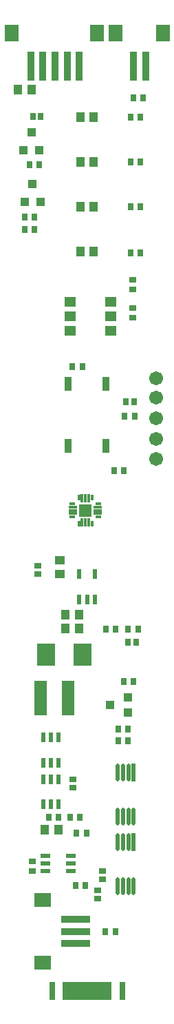
<source format=gts>
%FSLAX25Y25*%
%MOIN*%
G70*
G01*
G75*
G04 Layer_Color=8388736*
%ADD10C,0.05906*%
%ADD11R,0.02362X0.02756*%
%ADD12R,0.02756X0.02362*%
%ADD13R,0.03150X0.03937*%
%ADD14R,0.03937X0.03150*%
%ADD15R,0.02559X0.02165*%
%ADD16R,0.02165X0.02559*%
%ADD17R,0.03543X0.03150*%
%ADD18R,0.03543X0.03150*%
%ADD19R,0.01575X0.03937*%
%ADD20O,0.01181X0.07874*%
%ADD21R,0.01181X0.07874*%
%ADD22R,0.03937X0.01575*%
%ADD23R,0.02362X0.07874*%
%ADD24R,0.01063X0.07874*%
%ADD25R,0.05118X0.05118*%
%ADD26R,0.00787X0.02362*%
%ADD27R,0.00787X0.03150*%
%ADD28R,0.02362X0.00787*%
%ADD29R,0.03150X0.00787*%
%ADD30R,0.05118X0.15748*%
%ADD31R,0.03150X0.03543*%
%ADD32R,0.03150X0.03543*%
%ADD33R,0.06299X0.07480*%
%ADD34R,0.02756X0.13386*%
%ADD35R,0.02756X0.06102*%
%ADD36R,0.07874X0.10000*%
%ADD37R,0.04724X0.03937*%
%ADD38R,0.07480X0.06299*%
%ADD39R,0.13386X0.02756*%
%ADD40C,0.00787*%
%ADD41C,0.02362*%
%ADD42C,0.01000*%
%ADD43C,0.01575*%
%ADD44C,0.01181*%
%ADD45C,0.01969*%
%ADD46C,0.03150*%
%ADD47C,0.00500*%
%ADD48C,0.00591*%
%ADD49C,0.00394*%
%ADD50C,0.00600*%
%ADD51C,0.00197*%
%ADD52C,0.00709*%
%ADD53C,0.01200*%
%ADD54C,0.06706*%
%ADD55R,0.03162X0.03556*%
%ADD56R,0.03556X0.03162*%
%ADD57R,0.03950X0.04737*%
%ADD58R,0.04737X0.03950*%
%ADD59R,0.03359X0.02965*%
%ADD60R,0.02965X0.03359*%
%ADD61R,0.04343X0.03950*%
%ADD62R,0.04343X0.03950*%
%ADD63R,0.02375X0.04737*%
%ADD64O,0.01981X0.08674*%
%ADD65R,0.01981X0.08674*%
%ADD66R,0.04737X0.02375*%
%ADD67R,0.03162X0.08674*%
%ADD68R,0.01863X0.08674*%
%ADD69R,0.05918X0.05918*%
%ADD70R,0.01587X0.03162*%
%ADD71R,0.01587X0.03950*%
%ADD72R,0.03162X0.01587*%
%ADD73R,0.03950X0.01587*%
%ADD74R,0.05918X0.16548*%
%ADD75R,0.03950X0.04343*%
%ADD76R,0.03950X0.04343*%
%ADD77R,0.07099X0.08280*%
%ADD78R,0.03556X0.14186*%
%ADD79R,0.03556X0.06902*%
%ADD80R,0.08674X0.10800*%
%ADD81R,0.05524X0.04737*%
%ADD82R,0.08280X0.07099*%
%ADD83R,0.14186X0.03556*%
D54*
X74810Y-204319D02*
D03*
Y-184520D02*
D03*
Y-214052D02*
D03*
Y-175140D02*
D03*
Y-194340D02*
D03*
D55*
X64320Y-193380D02*
D03*
X59595D02*
D03*
X61268Y-296460D02*
D03*
X65992D02*
D03*
X50358D02*
D03*
X55082D02*
D03*
X63768Y-39450D02*
D03*
X68492D02*
D03*
X54298Y-219680D02*
D03*
X59022D02*
D03*
X38982Y-169340D02*
D03*
X34258D02*
D03*
X62348Y-48890D02*
D03*
X67072D02*
D03*
X62348Y-70460D02*
D03*
X67072D02*
D03*
X62348Y-92070D02*
D03*
X67072D02*
D03*
X62348Y-114340D02*
D03*
X67072D02*
D03*
X56468Y-350356D02*
D03*
X61192D02*
D03*
X22728Y-387421D02*
D03*
X27452D02*
D03*
X56378Y-344666D02*
D03*
X61102D02*
D03*
X32968Y-387431D02*
D03*
X37692D02*
D03*
X41012Y-395201D02*
D03*
X36288D02*
D03*
X58958Y-321776D02*
D03*
X63682D02*
D03*
X55012Y-442710D02*
D03*
X50288D02*
D03*
X40552Y-420550D02*
D03*
X35828D02*
D03*
X15894Y-103000D02*
D03*
X11170D02*
D03*
X13318Y-71650D02*
D03*
X18042D02*
D03*
X15894Y-97050D02*
D03*
X11170D02*
D03*
D56*
X63550Y-145792D02*
D03*
Y-141068D02*
D03*
Y-127488D02*
D03*
Y-132212D02*
D03*
X14900Y-408858D02*
D03*
Y-413582D02*
D03*
D57*
X30874Y-289490D02*
D03*
X37567D02*
D03*
X27437Y-393631D02*
D03*
X20744D02*
D03*
X38137Y-113903D02*
D03*
X44436D02*
D03*
X38137Y-92073D02*
D03*
X44436D02*
D03*
X38127Y-70423D02*
D03*
X44426D02*
D03*
X38137Y-48833D02*
D03*
X44436D02*
D03*
X30913Y-296270D02*
D03*
X37606D02*
D03*
X7664Y-35630D02*
D03*
X14356D02*
D03*
D58*
X28150Y-263154D02*
D03*
Y-269847D02*
D03*
D59*
X34400Y-369044D02*
D03*
Y-372981D02*
D03*
X17330Y-265903D02*
D03*
Y-269840D02*
D03*
X46570Y-426757D02*
D03*
Y-422820D02*
D03*
X48810Y-417517D02*
D03*
Y-413580D02*
D03*
D60*
X60283Y-186580D02*
D03*
X64220D02*
D03*
X65197Y-302680D02*
D03*
X61260D02*
D03*
X18947Y-48560D02*
D03*
X15010D02*
D03*
D61*
X14310Y-56150D02*
D03*
X10570Y-64811D02*
D03*
X14910Y-81250D02*
D03*
X11170Y-89911D02*
D03*
D62*
X18050Y-64811D02*
D03*
X18650Y-89911D02*
D03*
D63*
X27480Y-348858D02*
D03*
X20000D02*
D03*
X23740D02*
D03*
Y-361063D02*
D03*
X20000D02*
D03*
X27480D02*
D03*
X20000Y-381243D02*
D03*
X27480D02*
D03*
X23740D02*
D03*
Y-369038D02*
D03*
X27480D02*
D03*
X20000D02*
D03*
X37570Y-269828D02*
D03*
X45050D02*
D03*
X41310Y-282032D02*
D03*
X45050D02*
D03*
X37570D02*
D03*
D64*
X56261Y-387117D02*
D03*
X58821D02*
D03*
X61380D02*
D03*
X63939D02*
D03*
X56261Y-365857D02*
D03*
X58821D02*
D03*
X61380D02*
D03*
X56261Y-420657D02*
D03*
X58821D02*
D03*
X61380D02*
D03*
X63939D02*
D03*
X56261Y-399397D02*
D03*
X58821D02*
D03*
X61380D02*
D03*
D65*
X63939Y-365857D02*
D03*
Y-399397D02*
D03*
D66*
X21278Y-406120D02*
D03*
Y-413600D02*
D03*
Y-409860D02*
D03*
X33482D02*
D03*
Y-413600D02*
D03*
Y-406120D02*
D03*
D67*
X58438Y-471340D02*
D03*
X24422D02*
D03*
D68*
X52257D02*
D03*
X50288D02*
D03*
X48320D02*
D03*
X46351D02*
D03*
X44383D02*
D03*
X40446D02*
D03*
X38477D02*
D03*
X36509D02*
D03*
X34540D02*
D03*
X32572D02*
D03*
X30603D02*
D03*
X42414D02*
D03*
D69*
X40494Y-239053D02*
D03*
D70*
X43644Y-245352D02*
D03*
X37345D02*
D03*
Y-232754D02*
D03*
X43644D02*
D03*
D71*
X42069Y-244959D02*
D03*
X40494D02*
D03*
X38920D02*
D03*
Y-233148D02*
D03*
X40494D02*
D03*
X42069D02*
D03*
D72*
X34195Y-242203D02*
D03*
Y-235904D02*
D03*
X46794D02*
D03*
Y-242203D02*
D03*
D73*
X34589Y-240628D02*
D03*
Y-239053D02*
D03*
Y-237478D02*
D03*
X46400D02*
D03*
Y-239053D02*
D03*
Y-240628D02*
D03*
D74*
X18869Y-329973D02*
D03*
X32254D02*
D03*
D75*
X52530Y-333196D02*
D03*
X61191Y-336936D02*
D03*
D76*
Y-329455D02*
D03*
D77*
X78067Y-8120D02*
D03*
X55272D02*
D03*
X46183Y-8049D02*
D03*
X4687D02*
D03*
D78*
X69642Y-24098D02*
D03*
X63736D02*
D03*
X13978Y-24027D02*
D03*
X19884D02*
D03*
X25789D02*
D03*
X31695D02*
D03*
X37600D02*
D03*
D79*
X50394Y-177953D02*
D03*
Y-207677D02*
D03*
X32283Y-177953D02*
D03*
Y-207677D02*
D03*
D80*
X39040Y-308960D02*
D03*
X21324D02*
D03*
D81*
X33031Y-152070D02*
D03*
Y-145180D02*
D03*
X52716Y-152070D02*
D03*
Y-145180D02*
D03*
Y-138290D02*
D03*
X33031D02*
D03*
D82*
X19800Y-457890D02*
D03*
Y-427457D02*
D03*
D83*
X35778Y-436748D02*
D03*
Y-442654D02*
D03*
Y-448559D02*
D03*
M02*

</source>
